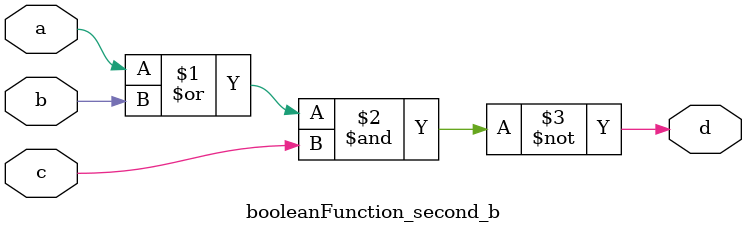
<source format=v>
`timescale 1ns / 1ps

module booleanFunction_second_b(
    input a, b, c,
    output d
);
    
    assign d = ~((a | b) & c);
endmodule
</source>
